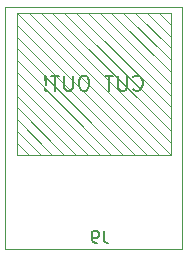
<source format=gbr>
%TF.GenerationSoftware,KiCad,Pcbnew,(5.1.9-0-10_14)*%
%TF.CreationDate,2021-05-25T14:21:41-07:00*%
%TF.ProjectId,tp_radio_board,74705f72-6164-4696-9f5f-626f6172642e,rev?*%
%TF.SameCoordinates,Original*%
%TF.FileFunction,Legend,Bot*%
%TF.FilePolarity,Positive*%
%FSLAX46Y46*%
G04 Gerber Fmt 4.6, Leading zero omitted, Abs format (unit mm)*
G04 Created by KiCad (PCBNEW (5.1.9-0-10_14)) date 2021-05-25 14:21:41*
%MOMM*%
%LPD*%
G01*
G04 APERTURE LIST*
%ADD10C,0.120000*%
%ADD11C,0.150000*%
G04 APERTURE END LIST*
D10*
%TO.C,J9*%
X79500000Y-110500000D02*
X67500000Y-98500000D01*
X67500000Y-98500000D02*
X68500000Y-98500000D01*
X68500000Y-98500000D02*
X79500000Y-109500000D01*
X79500000Y-109500000D02*
X79500000Y-108000000D01*
X79500000Y-108000000D02*
X79500000Y-108500000D01*
X79500000Y-108500000D02*
X69500000Y-98500000D01*
X69500000Y-98500000D02*
X71000000Y-98500000D01*
X71000000Y-98500000D02*
X70500000Y-98500000D01*
X70500000Y-98500000D02*
X79500000Y-107500000D01*
X79500000Y-107500000D02*
X79500000Y-106500000D01*
X79500000Y-106500000D02*
X71500000Y-98500000D01*
X71500000Y-98500000D02*
X72500000Y-98500000D01*
X72500000Y-98500000D02*
X79500000Y-105500000D01*
X79500000Y-105500000D02*
X79500000Y-104000000D01*
X79500000Y-104000000D02*
X79500000Y-104500000D01*
X79500000Y-104500000D02*
X73500000Y-98500000D01*
X73500000Y-98500000D02*
X74500000Y-98500000D01*
X74500000Y-98500000D02*
X79500000Y-103500000D01*
X79500000Y-103500000D02*
X79500000Y-102500000D01*
X79500000Y-102500000D02*
X75500000Y-98500000D01*
X75500000Y-98500000D02*
X76500000Y-98500000D01*
X76500000Y-98500000D02*
X79500000Y-101500000D01*
X79500000Y-101500000D02*
X79500000Y-100000000D01*
X79500000Y-100000000D02*
X79500000Y-100500000D01*
X79500000Y-100500000D02*
X77500000Y-98500000D01*
X77500000Y-98500000D02*
X78500000Y-98500000D01*
X78500000Y-98500000D02*
X79500000Y-99500000D01*
X66500000Y-98500000D02*
X78500000Y-110500000D01*
X67500000Y-110500000D02*
X66500000Y-109500000D01*
X66500000Y-109500000D02*
X66500000Y-108500000D01*
X66500000Y-108500000D02*
X68500000Y-110500000D01*
X68500000Y-110500000D02*
X69500000Y-110500000D01*
X69500000Y-110500000D02*
X66500000Y-107500000D01*
X66500000Y-107500000D02*
X66500000Y-106500000D01*
X66500000Y-106500000D02*
X70500000Y-110500000D01*
X70500000Y-110500000D02*
X71500000Y-110500000D01*
X71500000Y-110500000D02*
X66500000Y-105500000D01*
X66500000Y-105500000D02*
X66500000Y-104500000D01*
X66500000Y-104500000D02*
X72500000Y-110500000D01*
X72500000Y-110500000D02*
X73500000Y-110500000D01*
X73500000Y-110500000D02*
X66500000Y-103500000D01*
X66500000Y-103500000D02*
X66500000Y-102500000D01*
X66500000Y-102500000D02*
X74500000Y-110500000D01*
X74500000Y-110500000D02*
X75500000Y-110500000D01*
X75500000Y-110500000D02*
X66500000Y-101500000D01*
X66500000Y-101500000D02*
X66500000Y-100500000D01*
X66500000Y-100500000D02*
X76500000Y-110500000D01*
X76500000Y-110500000D02*
X77500000Y-110500000D01*
X77500000Y-110500000D02*
X66500000Y-99500000D01*
X80500000Y-98000000D02*
X65500000Y-98000000D01*
X65500000Y-98000000D02*
X65500000Y-118500000D01*
X80500000Y-118500000D02*
X80500000Y-98000000D01*
X65500000Y-118500000D02*
X80500000Y-118500000D01*
X66500000Y-110500000D02*
X66500000Y-98500000D01*
X66500000Y-98500000D02*
X79500000Y-98500000D01*
X79500000Y-110500000D02*
X79500000Y-98500000D01*
X66500000Y-110500000D02*
X79500000Y-110500000D01*
D11*
X73833333Y-116952380D02*
X73833333Y-117666666D01*
X73880952Y-117809523D01*
X73976190Y-117904761D01*
X74119047Y-117952380D01*
X74214285Y-117952380D01*
X73309523Y-117952380D02*
X73119047Y-117952380D01*
X73023809Y-117904761D01*
X72976190Y-117857142D01*
X72880952Y-117714285D01*
X72833333Y-117523809D01*
X72833333Y-117142857D01*
X72880952Y-117047619D01*
X72928571Y-117000000D01*
X73023809Y-116952380D01*
X73214285Y-116952380D01*
X73309523Y-117000000D01*
X73357142Y-117047619D01*
X73404761Y-117142857D01*
X73404761Y-117380952D01*
X73357142Y-117476190D01*
X73309523Y-117523809D01*
X73214285Y-117571428D01*
X73023809Y-117571428D01*
X72928571Y-117523809D01*
X72880952Y-117476190D01*
X72833333Y-117380952D01*
X76356428Y-104953571D02*
X76416904Y-105014047D01*
X76598333Y-105074523D01*
X76719285Y-105074523D01*
X76900714Y-105014047D01*
X77021666Y-104893095D01*
X77082142Y-104772142D01*
X77142619Y-104530238D01*
X77142619Y-104348809D01*
X77082142Y-104106904D01*
X77021666Y-103985952D01*
X76900714Y-103865000D01*
X76719285Y-103804523D01*
X76598333Y-103804523D01*
X76416904Y-103865000D01*
X76356428Y-103925476D01*
X75812142Y-103804523D02*
X75812142Y-104832619D01*
X75751666Y-104953571D01*
X75691190Y-105014047D01*
X75570238Y-105074523D01*
X75328333Y-105074523D01*
X75207380Y-105014047D01*
X75146904Y-104953571D01*
X75086428Y-104832619D01*
X75086428Y-103804523D01*
X74663095Y-103804523D02*
X73937380Y-103804523D01*
X74300238Y-105074523D02*
X74300238Y-103804523D01*
X72304523Y-103804523D02*
X72062619Y-103804523D01*
X71941666Y-103865000D01*
X71820714Y-103985952D01*
X71760238Y-104227857D01*
X71760238Y-104651190D01*
X71820714Y-104893095D01*
X71941666Y-105014047D01*
X72062619Y-105074523D01*
X72304523Y-105074523D01*
X72425476Y-105014047D01*
X72546428Y-104893095D01*
X72606904Y-104651190D01*
X72606904Y-104227857D01*
X72546428Y-103985952D01*
X72425476Y-103865000D01*
X72304523Y-103804523D01*
X71215952Y-103804523D02*
X71215952Y-104832619D01*
X71155476Y-104953571D01*
X71095000Y-105014047D01*
X70974047Y-105074523D01*
X70732142Y-105074523D01*
X70611190Y-105014047D01*
X70550714Y-104953571D01*
X70490238Y-104832619D01*
X70490238Y-103804523D01*
X70066904Y-103804523D02*
X69341190Y-103804523D01*
X69704047Y-105074523D02*
X69704047Y-103804523D01*
X68917857Y-104953571D02*
X68857380Y-105014047D01*
X68917857Y-105074523D01*
X68978333Y-105014047D01*
X68917857Y-104953571D01*
X68917857Y-105074523D01*
X68917857Y-104590714D02*
X68978333Y-103865000D01*
X68917857Y-103804523D01*
X68857380Y-103865000D01*
X68917857Y-104590714D01*
X68917857Y-103804523D01*
%TD*%
M02*

</source>
